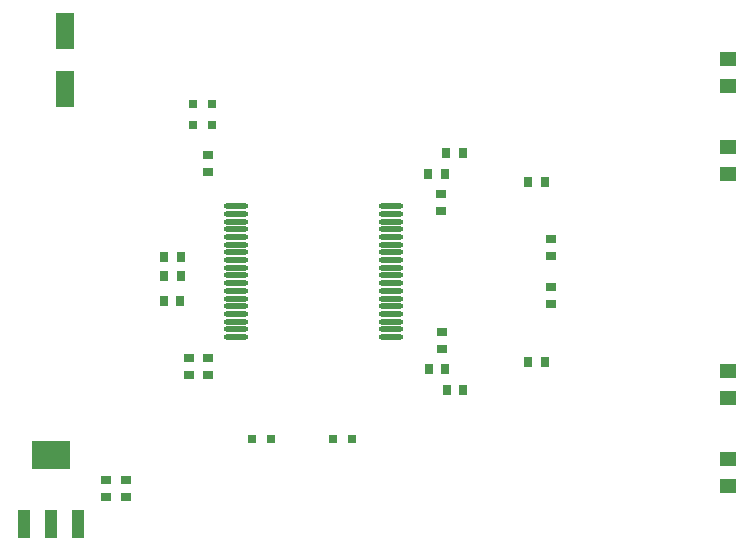
<source format=gtp>
G04*
G04 #@! TF.GenerationSoftware,Altium Limited,Altium Designer,20.2.7 (254)*
G04*
G04 Layer_Color=8421504*
%FSLAX25Y25*%
%MOIN*%
G70*
G04*
G04 #@! TF.SameCoordinates,ECD674B8-324E-4609-97E5-6B7B15D5A4BB*
G04*
G04*
G04 #@! TF.FilePolarity,Positive*
G04*
G01*
G75*
%ADD20R,0.03740X0.03150*%
%ADD21R,0.03150X0.03740*%
%ADD22R,0.05500X0.05000*%
%ADD23R,0.03150X0.03150*%
%ADD24O,0.08071X0.01968*%
%ADD25R,0.12992X0.09449*%
%ADD26R,0.03937X0.09449*%
%ADD27R,0.06299X0.12402*%
D20*
X13400Y-25756D02*
D03*
Y-20244D02*
D03*
X13270Y20279D02*
D03*
Y25790D02*
D03*
X50000Y-10756D02*
D03*
Y-5244D02*
D03*
Y5244D02*
D03*
Y10756D02*
D03*
X-64456Y33244D02*
D03*
Y38756D02*
D03*
X-64456Y-28944D02*
D03*
Y-34456D02*
D03*
X-70856D02*
D03*
Y-28944D02*
D03*
X-98494Y-69513D02*
D03*
Y-75025D02*
D03*
X-91953Y-69513D02*
D03*
Y-75025D02*
D03*
D21*
X20512Y39500D02*
D03*
X15000D02*
D03*
X14512Y32500D02*
D03*
X9000D02*
D03*
X42244Y30000D02*
D03*
X47756D02*
D03*
X42244Y-30000D02*
D03*
X47756D02*
D03*
X15038Y-39537D02*
D03*
X20550D02*
D03*
X14550Y-32537D02*
D03*
X9038D02*
D03*
X-73644Y-9700D02*
D03*
X-79156D02*
D03*
X-73544Y-1500D02*
D03*
X-79056D02*
D03*
X-73544Y5000D02*
D03*
X-79056D02*
D03*
D22*
X108700Y-71300D02*
D03*
Y-62300D02*
D03*
Y-33000D02*
D03*
Y-42000D02*
D03*
Y70900D02*
D03*
Y61900D02*
D03*
Y32700D02*
D03*
Y41700D02*
D03*
D23*
X-63201Y55800D02*
D03*
X-69500D02*
D03*
X-63251Y48797D02*
D03*
X-69550D02*
D03*
X-16451Y-55900D02*
D03*
X-22750D02*
D03*
X-43401D02*
D03*
X-49700D02*
D03*
D24*
X-3514Y-21752D02*
D03*
Y-19193D02*
D03*
Y-16634D02*
D03*
Y-14075D02*
D03*
Y-11516D02*
D03*
Y-8957D02*
D03*
Y-6398D02*
D03*
Y-3839D02*
D03*
Y-1280D02*
D03*
Y1280D02*
D03*
Y3839D02*
D03*
Y6398D02*
D03*
Y8957D02*
D03*
Y11516D02*
D03*
Y14075D02*
D03*
Y16634D02*
D03*
Y19193D02*
D03*
Y21752D02*
D03*
X-55286Y-21752D02*
D03*
Y-19193D02*
D03*
Y-16634D02*
D03*
Y-14075D02*
D03*
Y-11516D02*
D03*
Y-8957D02*
D03*
Y-6398D02*
D03*
Y-3839D02*
D03*
Y-1280D02*
D03*
Y1280D02*
D03*
Y3839D02*
D03*
Y6398D02*
D03*
Y8957D02*
D03*
Y11516D02*
D03*
Y14075D02*
D03*
Y16634D02*
D03*
Y19193D02*
D03*
Y21752D02*
D03*
D25*
X-116800Y-61183D02*
D03*
D26*
X-107745Y-84017D02*
D03*
X-116800D02*
D03*
X-125855D02*
D03*
D27*
X-112100Y60854D02*
D03*
Y80146D02*
D03*
M02*

</source>
